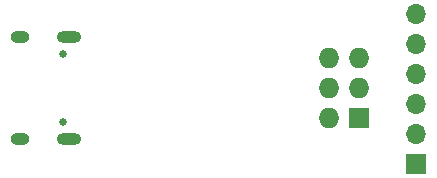
<source format=gbs>
G04 #@! TF.GenerationSoftware,KiCad,Pcbnew,5.1.5-52549c5~84~ubuntu19.10.1*
G04 #@! TF.CreationDate,2020-03-14T21:45:10+01:00*
G04 #@! TF.ProjectId,ESP-TC-PROG,4553502d-5443-42d5-9052-4f472e6b6963,rev?*
G04 #@! TF.SameCoordinates,Original*
G04 #@! TF.FileFunction,Soldermask,Bot*
G04 #@! TF.FilePolarity,Negative*
%FSLAX46Y46*%
G04 Gerber Fmt 4.6, Leading zero omitted, Abs format (unit mm)*
G04 Created by KiCad (PCBNEW 5.1.5-52549c5~84~ubuntu19.10.1) date 2020-03-14 21:45:10*
%MOMM*%
%LPD*%
G04 APERTURE LIST*
%ADD10O,1.727200X1.727200*%
%ADD11R,1.727200X1.727200*%
%ADD12O,1.700000X1.700000*%
%ADD13R,1.700000X1.700000*%
%ADD14O,2.100000X1.000000*%
%ADD15O,1.600000X1.000000*%
%ADD16C,0.650000*%
G04 APERTURE END LIST*
D10*
X128060000Y-97460000D03*
X130600000Y-97460000D03*
X128060000Y-100000000D03*
X130600000Y-100000000D03*
X128060000Y-102540000D03*
D11*
X130600000Y-102540000D03*
D12*
X135480000Y-93690000D03*
X135480000Y-96230000D03*
X135480000Y-98770000D03*
X135480000Y-101310000D03*
X135480000Y-103850000D03*
D13*
X135480000Y-106390000D03*
D14*
X106085000Y-95680000D03*
X106085000Y-104320000D03*
D15*
X101905000Y-95680000D03*
X101905000Y-104320000D03*
D16*
X105555000Y-102890000D03*
X105555000Y-97110000D03*
M02*

</source>
